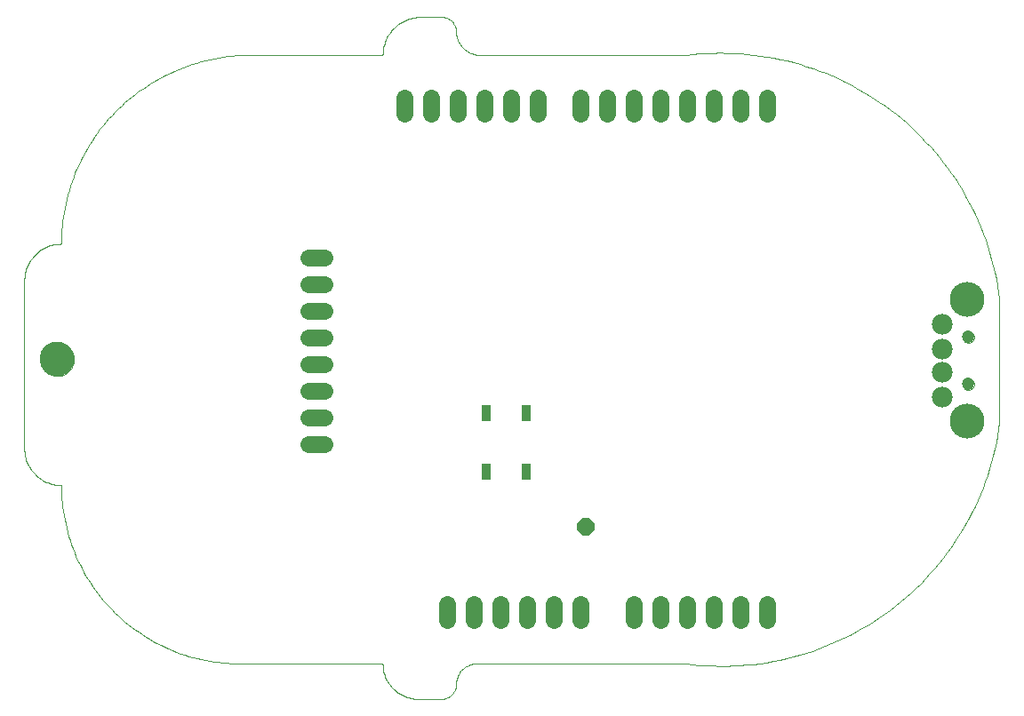
<source format=gbs>
G75*
%MOIN*%
%OFA0B0*%
%FSLAX24Y24*%
%IPPOS*%
%LPD*%
%AMOC8*
5,1,8,0,0,1.08239X$1,22.5*
%
%ADD10C,0.0000*%
%ADD11C,0.1300*%
%ADD12C,0.0780*%
%ADD13C,0.1306*%
%ADD14C,0.0473*%
%ADD15C,0.0640*%
%ADD16R,0.0340X0.0640*%
%ADD17OC8,0.0640*%
D10*
X008171Y001429D02*
X013535Y001429D01*
X013537Y001357D01*
X013543Y001285D01*
X013553Y001214D01*
X013566Y001143D01*
X013583Y001073D01*
X013605Y001005D01*
X013629Y000937D01*
X013658Y000871D01*
X013690Y000806D01*
X013725Y000744D01*
X013764Y000683D01*
X013806Y000625D01*
X013851Y000569D01*
X013899Y000515D01*
X013950Y000464D01*
X014004Y000416D01*
X014060Y000371D01*
X014118Y000329D01*
X014179Y000290D01*
X014241Y000255D01*
X014306Y000223D01*
X014372Y000194D01*
X014440Y000170D01*
X014508Y000148D01*
X014578Y000131D01*
X014649Y000118D01*
X014720Y000108D01*
X014792Y000102D01*
X014864Y000100D01*
X015734Y000100D01*
X015780Y000102D01*
X015826Y000108D01*
X015871Y000117D01*
X015915Y000130D01*
X015958Y000147D01*
X015999Y000167D01*
X016039Y000191D01*
X016076Y000217D01*
X016111Y000247D01*
X016144Y000280D01*
X016174Y000315D01*
X016200Y000352D01*
X016224Y000392D01*
X016244Y000433D01*
X016261Y000476D01*
X016274Y000520D01*
X016283Y000565D01*
X016289Y000611D01*
X016291Y000657D01*
X016293Y000710D01*
X016298Y000762D01*
X016307Y000814D01*
X016320Y000865D01*
X016336Y000916D01*
X016355Y000965D01*
X016378Y001012D01*
X016403Y001058D01*
X016432Y001102D01*
X016464Y001144D01*
X016499Y001184D01*
X016536Y001221D01*
X016576Y001256D01*
X016618Y001288D01*
X016662Y001317D01*
X016708Y001342D01*
X016755Y001365D01*
X016804Y001384D01*
X016855Y001400D01*
X016906Y001413D01*
X016958Y001422D01*
X017010Y001427D01*
X017063Y001429D01*
X024903Y001429D01*
X036665Y010484D02*
X036665Y015110D01*
X035275Y013683D02*
X035277Y013712D01*
X035283Y013740D01*
X035292Y013768D01*
X035305Y013794D01*
X035322Y013817D01*
X035341Y013839D01*
X035363Y013858D01*
X035388Y013873D01*
X035414Y013886D01*
X035442Y013894D01*
X035470Y013899D01*
X035499Y013900D01*
X035528Y013897D01*
X035556Y013890D01*
X035583Y013880D01*
X035609Y013866D01*
X035632Y013849D01*
X035653Y013829D01*
X035671Y013806D01*
X035686Y013781D01*
X035697Y013754D01*
X035705Y013726D01*
X035709Y013697D01*
X035709Y013669D01*
X035705Y013640D01*
X035697Y013612D01*
X035686Y013585D01*
X035671Y013560D01*
X035653Y013537D01*
X035632Y013517D01*
X035609Y013500D01*
X035583Y013486D01*
X035556Y013476D01*
X035528Y013469D01*
X035499Y013466D01*
X035470Y013467D01*
X035442Y013472D01*
X035414Y013480D01*
X035388Y013493D01*
X035363Y013508D01*
X035341Y013527D01*
X035322Y013549D01*
X035305Y013572D01*
X035292Y013598D01*
X035283Y013626D01*
X035277Y013654D01*
X035275Y013683D01*
X035275Y011911D02*
X035277Y011940D01*
X035283Y011968D01*
X035292Y011996D01*
X035305Y012022D01*
X035322Y012045D01*
X035341Y012067D01*
X035363Y012086D01*
X035388Y012101D01*
X035414Y012114D01*
X035442Y012122D01*
X035470Y012127D01*
X035499Y012128D01*
X035528Y012125D01*
X035556Y012118D01*
X035583Y012108D01*
X035609Y012094D01*
X035632Y012077D01*
X035653Y012057D01*
X035671Y012034D01*
X035686Y012009D01*
X035697Y011982D01*
X035705Y011954D01*
X035709Y011925D01*
X035709Y011897D01*
X035705Y011868D01*
X035697Y011840D01*
X035686Y011813D01*
X035671Y011788D01*
X035653Y011765D01*
X035632Y011745D01*
X035609Y011728D01*
X035583Y011714D01*
X035556Y011704D01*
X035528Y011697D01*
X035499Y011694D01*
X035470Y011695D01*
X035442Y011700D01*
X035414Y011708D01*
X035388Y011721D01*
X035363Y011736D01*
X035341Y011755D01*
X035322Y011777D01*
X035305Y011800D01*
X035292Y011826D01*
X035283Y011854D01*
X035277Y011882D01*
X035275Y011911D01*
X036664Y010484D02*
X036629Y010233D01*
X036587Y009982D01*
X036539Y009733D01*
X036485Y009485D01*
X036425Y009239D01*
X036360Y008994D01*
X036288Y008751D01*
X036210Y008509D01*
X036127Y008270D01*
X036038Y008032D01*
X035943Y007797D01*
X035843Y007564D01*
X035737Y007334D01*
X035625Y007106D01*
X035508Y006881D01*
X035386Y006659D01*
X035258Y006440D01*
X035125Y006224D01*
X034987Y006011D01*
X034843Y005802D01*
X034695Y005596D01*
X034542Y005394D01*
X034384Y005196D01*
X034221Y005001D01*
X034053Y004811D01*
X033881Y004624D01*
X033705Y004442D01*
X033524Y004264D01*
X033339Y004091D01*
X033149Y003922D01*
X032956Y003758D01*
X032759Y003598D01*
X032558Y003443D01*
X032353Y003294D01*
X032145Y003149D01*
X031933Y003009D01*
X031718Y002874D01*
X031500Y002745D01*
X031279Y002621D01*
X031055Y002502D01*
X030828Y002389D01*
X030598Y002281D01*
X030366Y002179D01*
X030132Y002083D01*
X029895Y001992D01*
X029656Y001907D01*
X029415Y001828D01*
X029172Y001754D01*
X028928Y001687D01*
X028681Y001625D01*
X028434Y001569D01*
X028185Y001520D01*
X027935Y001476D01*
X027685Y001439D01*
X027433Y001407D01*
X027181Y001382D01*
X026928Y001363D01*
X026674Y001349D01*
X026421Y001342D01*
X026167Y001341D01*
X025914Y001347D01*
X025660Y001358D01*
X025407Y001375D01*
X025155Y001399D01*
X024903Y001429D01*
X008171Y001429D02*
X008009Y001431D01*
X007848Y001437D01*
X007686Y001447D01*
X007525Y001460D01*
X007364Y001478D01*
X007204Y001499D01*
X007044Y001525D01*
X006885Y001554D01*
X006727Y001587D01*
X006569Y001623D01*
X006413Y001664D01*
X006257Y001708D01*
X006103Y001757D01*
X005950Y001808D01*
X005798Y001864D01*
X005647Y001923D01*
X005498Y001986D01*
X005351Y002052D01*
X005205Y002122D01*
X005061Y002196D01*
X004918Y002273D01*
X004778Y002353D01*
X004640Y002437D01*
X004503Y002524D01*
X004369Y002614D01*
X004237Y002707D01*
X004107Y002804D01*
X003980Y002904D01*
X003855Y003006D01*
X003733Y003112D01*
X003613Y003221D01*
X003496Y003332D01*
X003381Y003447D01*
X003270Y003564D01*
X003161Y003684D01*
X003055Y003806D01*
X002953Y003931D01*
X002853Y004058D01*
X002756Y004188D01*
X002663Y004320D01*
X002573Y004454D01*
X002486Y004591D01*
X002402Y004729D01*
X002322Y004869D01*
X002245Y005012D01*
X002171Y005156D01*
X002101Y005302D01*
X002035Y005449D01*
X001972Y005598D01*
X001913Y005749D01*
X001857Y005901D01*
X001806Y006054D01*
X001757Y006208D01*
X001713Y006364D01*
X001672Y006520D01*
X001636Y006678D01*
X001603Y006836D01*
X001574Y006995D01*
X001548Y007155D01*
X001527Y007315D01*
X001509Y007476D01*
X001496Y007637D01*
X001486Y007799D01*
X001480Y007960D01*
X001478Y008122D01*
X001406Y008124D01*
X001334Y008130D01*
X001262Y008139D01*
X001191Y008152D01*
X001121Y008169D01*
X001052Y008189D01*
X000984Y008214D01*
X000918Y008241D01*
X000852Y008272D01*
X000789Y008307D01*
X000727Y008344D01*
X000668Y008385D01*
X000611Y008429D01*
X000556Y008476D01*
X000504Y008526D01*
X000454Y008578D01*
X000407Y008633D01*
X000363Y008690D01*
X000322Y008749D01*
X000285Y008811D01*
X000250Y008874D01*
X000219Y008940D01*
X000192Y009006D01*
X000167Y009074D01*
X000147Y009143D01*
X000130Y009213D01*
X000117Y009284D01*
X000108Y009356D01*
X000102Y009428D01*
X000100Y009500D01*
X000100Y015799D01*
X000102Y015871D01*
X000108Y015943D01*
X000117Y016015D01*
X000130Y016086D01*
X000147Y016156D01*
X000167Y016225D01*
X000192Y016293D01*
X000219Y016359D01*
X000250Y016425D01*
X000285Y016488D01*
X000322Y016550D01*
X000363Y016609D01*
X000407Y016666D01*
X000454Y016721D01*
X000504Y016773D01*
X000556Y016823D01*
X000611Y016870D01*
X000668Y016914D01*
X000727Y016955D01*
X000789Y016992D01*
X000852Y017027D01*
X000918Y017058D01*
X000984Y017085D01*
X001052Y017110D01*
X001121Y017130D01*
X001191Y017147D01*
X001262Y017160D01*
X001334Y017169D01*
X001406Y017175D01*
X001478Y017177D01*
X000698Y012846D02*
X000700Y012896D01*
X000706Y012946D01*
X000716Y012995D01*
X000730Y013043D01*
X000747Y013090D01*
X000768Y013135D01*
X000793Y013179D01*
X000821Y013220D01*
X000853Y013259D01*
X000887Y013296D01*
X000924Y013330D01*
X000964Y013360D01*
X001006Y013387D01*
X001050Y013411D01*
X001096Y013432D01*
X001143Y013448D01*
X001191Y013461D01*
X001241Y013470D01*
X001290Y013475D01*
X001341Y013476D01*
X001391Y013473D01*
X001440Y013466D01*
X001489Y013455D01*
X001537Y013440D01*
X001583Y013422D01*
X001628Y013400D01*
X001671Y013374D01*
X001712Y013345D01*
X001751Y013313D01*
X001787Y013278D01*
X001819Y013240D01*
X001849Y013200D01*
X001876Y013157D01*
X001899Y013113D01*
X001918Y013067D01*
X001934Y013019D01*
X001946Y012970D01*
X001954Y012921D01*
X001958Y012871D01*
X001958Y012821D01*
X001954Y012771D01*
X001946Y012722D01*
X001934Y012673D01*
X001918Y012625D01*
X001899Y012579D01*
X001876Y012535D01*
X001849Y012492D01*
X001819Y012452D01*
X001787Y012414D01*
X001751Y012379D01*
X001712Y012347D01*
X001671Y012318D01*
X001628Y012292D01*
X001583Y012270D01*
X001537Y012252D01*
X001489Y012237D01*
X001440Y012226D01*
X001391Y012219D01*
X001341Y012216D01*
X001290Y012217D01*
X001241Y012222D01*
X001191Y012231D01*
X001143Y012244D01*
X001096Y012260D01*
X001050Y012281D01*
X001006Y012305D01*
X000964Y012332D01*
X000924Y012362D01*
X000887Y012396D01*
X000853Y012433D01*
X000821Y012472D01*
X000793Y012513D01*
X000768Y012557D01*
X000747Y012602D01*
X000730Y012649D01*
X000716Y012697D01*
X000706Y012746D01*
X000700Y012796D01*
X000698Y012846D01*
X001478Y017177D02*
X001480Y017348D01*
X001486Y017519D01*
X001497Y017690D01*
X001511Y017861D01*
X001530Y018031D01*
X001552Y018201D01*
X001579Y018370D01*
X001610Y018539D01*
X001645Y018706D01*
X001684Y018873D01*
X001727Y019039D01*
X001774Y019203D01*
X001825Y019367D01*
X001880Y019529D01*
X001939Y019690D01*
X002001Y019849D01*
X002068Y020007D01*
X002138Y020163D01*
X002212Y020318D01*
X002290Y020470D01*
X002371Y020621D01*
X002456Y020770D01*
X002545Y020916D01*
X002637Y021061D01*
X002733Y021203D01*
X002831Y021343D01*
X002934Y021480D01*
X003039Y021615D01*
X003148Y021747D01*
X003260Y021877D01*
X003375Y022003D01*
X003494Y022127D01*
X003615Y022248D01*
X003739Y022367D01*
X003865Y022482D01*
X003995Y022594D01*
X004127Y022703D01*
X004262Y022808D01*
X004399Y022911D01*
X004539Y023009D01*
X004681Y023105D01*
X004826Y023197D01*
X004972Y023286D01*
X005121Y023371D01*
X005272Y023452D01*
X005424Y023530D01*
X005579Y023604D01*
X005735Y023674D01*
X005893Y023741D01*
X006052Y023803D01*
X006213Y023862D01*
X006375Y023917D01*
X006539Y023968D01*
X006703Y024015D01*
X006869Y024058D01*
X007036Y024097D01*
X007203Y024132D01*
X007372Y024163D01*
X007541Y024190D01*
X007711Y024212D01*
X007881Y024231D01*
X008052Y024245D01*
X008223Y024256D01*
X008394Y024262D01*
X008565Y024264D01*
X008565Y024263D02*
X013535Y024263D01*
X013537Y024338D01*
X013543Y024412D01*
X013553Y024486D01*
X013566Y024560D01*
X013584Y024632D01*
X013605Y024704D01*
X013630Y024774D01*
X013658Y024843D01*
X013691Y024911D01*
X013726Y024977D01*
X013765Y025040D01*
X013808Y025102D01*
X013853Y025161D01*
X013902Y025218D01*
X013953Y025272D01*
X014007Y025323D01*
X014064Y025372D01*
X014123Y025417D01*
X014185Y025460D01*
X014249Y025499D01*
X014314Y025534D01*
X014382Y025567D01*
X014451Y025595D01*
X014521Y025620D01*
X014593Y025641D01*
X014665Y025659D01*
X014739Y025672D01*
X014813Y025682D01*
X014887Y025688D01*
X014962Y025690D01*
X014962Y025691D02*
X015734Y025691D01*
X015780Y025689D01*
X015826Y025683D01*
X015871Y025674D01*
X015915Y025661D01*
X015958Y025644D01*
X015999Y025624D01*
X016039Y025600D01*
X016076Y025574D01*
X016111Y025544D01*
X016144Y025511D01*
X016174Y025476D01*
X016200Y025439D01*
X016224Y025399D01*
X016244Y025358D01*
X016261Y025315D01*
X016274Y025271D01*
X016283Y025226D01*
X016289Y025180D01*
X016291Y025134D01*
X016293Y025077D01*
X016298Y025020D01*
X016308Y024964D01*
X016321Y024909D01*
X016337Y024854D01*
X016357Y024801D01*
X016381Y024749D01*
X016408Y024699D01*
X016438Y024651D01*
X016471Y024604D01*
X016507Y024560D01*
X016546Y024519D01*
X016587Y024480D01*
X016631Y024444D01*
X016678Y024411D01*
X016726Y024381D01*
X016776Y024354D01*
X016828Y024330D01*
X016881Y024310D01*
X016936Y024294D01*
X016991Y024281D01*
X017047Y024271D01*
X017104Y024266D01*
X017161Y024264D01*
X017161Y024263D02*
X024903Y024263D01*
X024903Y024264D02*
X025156Y024292D01*
X025410Y024315D01*
X025664Y024331D01*
X025918Y024341D01*
X026173Y024345D01*
X026428Y024343D01*
X026682Y024334D01*
X026936Y024320D01*
X027190Y024299D01*
X027443Y024272D01*
X027696Y024239D01*
X027948Y024200D01*
X028198Y024155D01*
X028448Y024104D01*
X028696Y024047D01*
X028943Y023984D01*
X029188Y023915D01*
X029431Y023840D01*
X029673Y023759D01*
X029912Y023672D01*
X030150Y023580D01*
X030385Y023482D01*
X030617Y023378D01*
X030847Y023269D01*
X031075Y023154D01*
X031299Y023033D01*
X031520Y022908D01*
X031739Y022776D01*
X031954Y022640D01*
X032166Y022499D01*
X032374Y022352D01*
X032579Y022201D01*
X032780Y022044D01*
X032977Y021883D01*
X033170Y021717D01*
X033359Y021547D01*
X033544Y021371D01*
X033725Y021192D01*
X033901Y021008D01*
X034073Y020820D01*
X034240Y020628D01*
X034403Y020432D01*
X034560Y020232D01*
X034713Y020028D01*
X034861Y019821D01*
X035004Y019610D01*
X035142Y019396D01*
X035274Y019178D01*
X035401Y018958D01*
X035523Y018734D01*
X035639Y018507D01*
X035750Y018278D01*
X035855Y018046D01*
X035955Y017812D01*
X036049Y017575D01*
X036137Y017336D01*
X036220Y017095D01*
X036296Y016852D01*
X036367Y016608D01*
X036432Y016361D01*
X036490Y016113D01*
X036543Y015864D01*
X036590Y015614D01*
X036630Y015362D01*
X036665Y015110D01*
D11*
X001328Y012846D03*
D12*
X034507Y013241D03*
X034507Y014175D03*
X034507Y012353D03*
X034507Y011419D03*
D13*
X035452Y010513D03*
X035452Y015080D03*
D14*
X035492Y013683D03*
X035492Y011911D03*
D15*
X027952Y003654D02*
X027952Y003054D01*
X026952Y003054D02*
X026952Y003654D01*
X025952Y003654D02*
X025952Y003054D01*
X024952Y003054D02*
X024952Y003654D01*
X023952Y003654D02*
X023952Y003054D01*
X022952Y003054D02*
X022952Y003654D01*
X020952Y003654D02*
X020952Y003054D01*
X019952Y003054D02*
X019952Y003654D01*
X018952Y003654D02*
X018952Y003054D01*
X017952Y003054D02*
X017952Y003654D01*
X016952Y003654D02*
X016952Y003054D01*
X015952Y003054D02*
X015952Y003654D01*
X011364Y009652D02*
X010764Y009652D01*
X010764Y010652D02*
X011364Y010652D01*
X011364Y011652D02*
X010764Y011652D01*
X010764Y012652D02*
X011364Y012652D01*
X011364Y013652D02*
X010764Y013652D01*
X010764Y014652D02*
X011364Y014652D01*
X011364Y015652D02*
X010764Y015652D01*
X010764Y016652D02*
X011364Y016652D01*
X014352Y022054D02*
X014352Y022654D01*
X015352Y022654D02*
X015352Y022054D01*
X016352Y022054D02*
X016352Y022654D01*
X017352Y022654D02*
X017352Y022054D01*
X018352Y022054D02*
X018352Y022654D01*
X019352Y022654D02*
X019352Y022054D01*
X020952Y022054D02*
X020952Y022654D01*
X021952Y022654D02*
X021952Y022054D01*
X022952Y022054D02*
X022952Y022654D01*
X023952Y022654D02*
X023952Y022054D01*
X024952Y022054D02*
X024952Y022654D01*
X025952Y022654D02*
X025952Y022054D01*
X026952Y022054D02*
X026952Y022654D01*
X027952Y022654D02*
X027952Y022054D01*
D16*
X018922Y010812D03*
X017422Y010812D03*
X017422Y008612D03*
X018922Y008612D03*
D17*
X021163Y006547D03*
M02*

</source>
